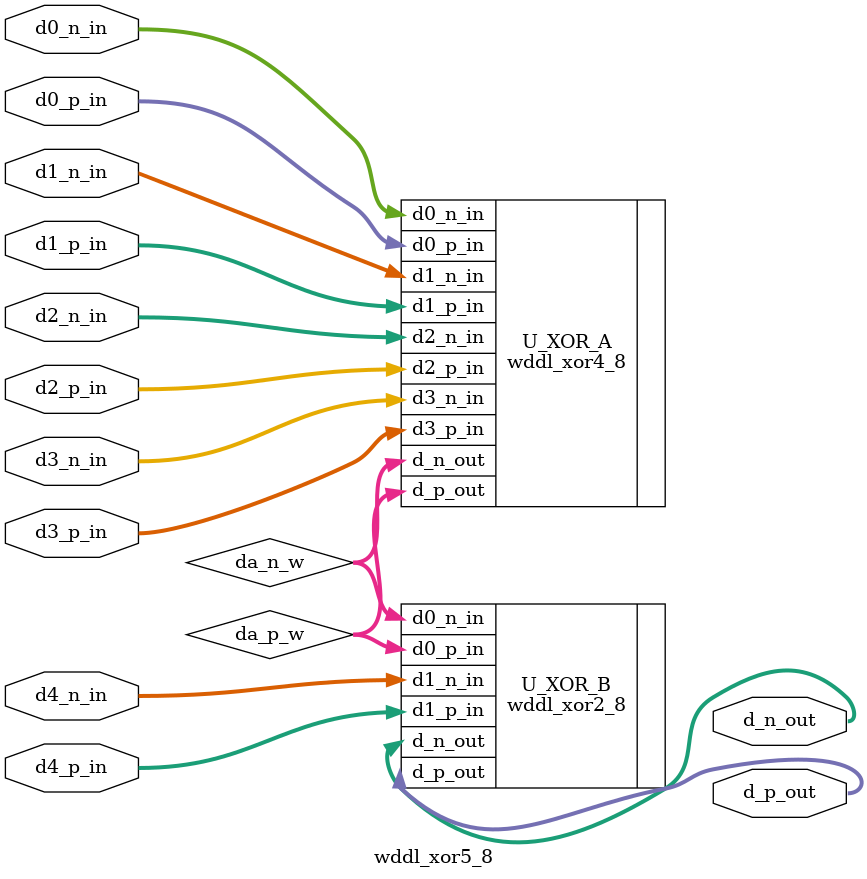
<source format=v>
module  wddl_xor5_8
(
 d0_p_in
,d0_n_in
,d1_p_in
,d1_n_in
,d2_p_in
,d2_n_in
,d3_p_in
,d3_n_in
,d4_p_in
,d4_n_in
,d_p_out
,d_n_out
);

input   [7 : 0]   d0_p_in, d0_n_in;
input   [7 : 0]   d1_p_in, d1_n_in;
input   [7 : 0]   d2_p_in, d2_n_in;
input   [7 : 0]   d3_p_in, d3_n_in;
input   [7 : 0]   d4_p_in, d4_n_in;
output  [7 : 0]   d_p_out, d_n_out;

wire    [7 : 0]   da_p_w, da_n_w;



wddl_xor4_8  U_XOR_A
(
 .d0_p_in   ( d0_p_in   )
,.d0_n_in   ( d0_n_in   )
,.d1_p_in   ( d1_p_in   )
,.d1_n_in   ( d1_n_in   )
,.d2_p_in   ( d2_p_in   )
,.d2_n_in   ( d2_n_in   )
,.d3_p_in   ( d3_p_in   )
,.d3_n_in   ( d3_n_in   )

,.d_p_out   ( da_p_w    )
,.d_n_out   ( da_n_w    )

);


wddl_xor2_8    U_XOR_B
(
 .d0_p_in   ( da_p_w   )
,.d0_n_in   ( da_n_w   )
,.d1_p_in   ( d4_p_in   )
,.d1_n_in   ( d4_n_in   )
,.d_p_out   ( d_p_out    )
,.d_n_out   ( d_n_out    )
);


endmodule

</source>
